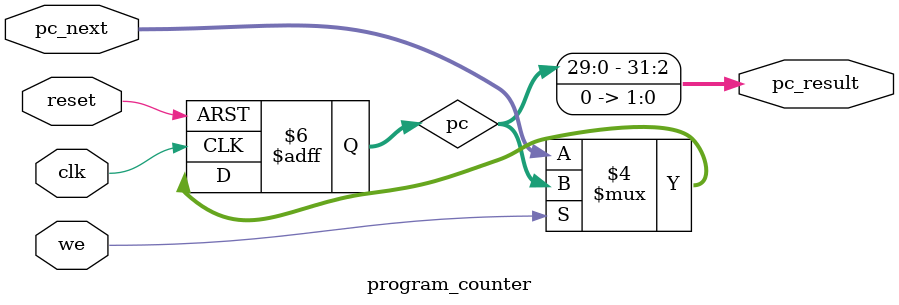
<source format=v>
module program_counter(pc_next, pc_result,we, reset, clk);
	parameter BITS = 32;
	input       [BITS-3:0]  pc_next;
	input       reset, clk,we;
	output   [BITS-1:0]  pc_result;
	
reg [29:0] pc;
	
 always @(posedge clk,negedge reset)begin
    if (!reset)begin
    		pc <= 30'h0;
	end else if(we)begin
				pc <= pc;
					
   end else begin
				pc <= pc_next;
			end
 end 
 
assign pc_result = {pc, 2'b00};

endmodule
</source>
